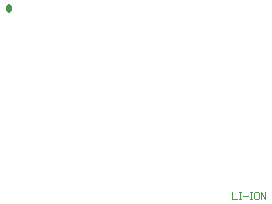
<source format=gbo>
G75*
%MOIN*%
%OFA0B0*%
%FSLAX25Y25*%
%IPPOS*%
%LPD*%
%AMOC8*
5,1,8,0,0,1.08239X$1,22.5*
%
%ADD10C,0.00200*%
%ADD11C,0.02000*%
D10*
X0156467Y0032700D02*
X0157935Y0032700D01*
X0158677Y0032700D02*
X0159411Y0032700D01*
X0159044Y0032700D02*
X0159044Y0034902D01*
X0158677Y0034902D02*
X0159411Y0034902D01*
X0160150Y0033801D02*
X0161618Y0033801D01*
X0162360Y0034902D02*
X0163094Y0034902D01*
X0162727Y0034902D02*
X0162727Y0032700D01*
X0162360Y0032700D02*
X0163094Y0032700D01*
X0163833Y0033067D02*
X0164200Y0032700D01*
X0164934Y0032700D01*
X0165301Y0033067D01*
X0165301Y0034535D01*
X0164934Y0034902D01*
X0164200Y0034902D01*
X0163833Y0034535D01*
X0163833Y0033067D01*
X0166043Y0032700D02*
X0166043Y0034902D01*
X0167511Y0032700D01*
X0167511Y0034902D01*
X0156467Y0034902D02*
X0156467Y0032700D01*
D11*
X0082260Y0095500D02*
X0082260Y0096500D01*
M02*

</source>
